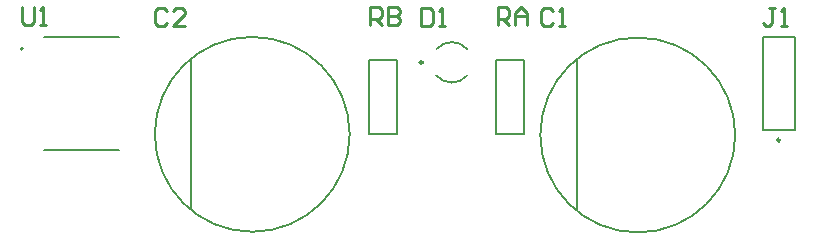
<source format=gto>
G04*
G04 #@! TF.GenerationSoftware,Altium Limited,Altium Designer,21.0.3 (12)*
G04*
G04 Layer_Color=65535*
%FSLAX43Y43*%
%MOMM*%
G71*
G04*
G04 #@! TF.SameCoordinates,4E316A9E-77FC-4309-9E54-DBFB9EC2A46A*
G04*
G04*
G04 #@! TF.FilePolarity,Positive*
G04*
G01*
G75*
%ADD10C,0.150*%
%ADD11C,0.200*%
%ADD12C,0.250*%
%ADD13C,0.127*%
%ADD14C,0.254*%
D10*
X64003Y11557D02*
G03*
X64003Y11557I-8250J0D01*
G01*
X31364Y11612D02*
G03*
X31364Y11612I-8250J0D01*
G01*
D11*
X3701Y18851D02*
G03*
X3701Y18851I-100J0D01*
G01*
X38705Y16588D02*
G03*
X41305Y16588I1300J1119D01*
G01*
Y18828D02*
G03*
X38705Y18828I-1300J-1119D01*
G01*
X50603Y5207D02*
Y17907D01*
X32963Y17937D02*
X35363D01*
Y11637D02*
Y17937D01*
X32963Y11637D02*
Y17937D01*
Y11637D02*
X35363D01*
X43758Y17937D02*
X46158D01*
Y11637D02*
Y17937D01*
X43758Y11637D02*
Y17937D01*
Y11637D02*
X46158D01*
X66321Y11995D02*
X69061D01*
Y19865D01*
X66321D02*
X69061D01*
X66321Y11995D02*
Y19865D01*
X17964Y5262D02*
Y17962D01*
D12*
X67816Y11130D02*
G03*
X67816Y11130I-125J0D01*
G01*
X37555Y17708D02*
G03*
X37555Y17708I-125J0D01*
G01*
D13*
X5461Y19836D02*
X11811D01*
X5461Y10246D02*
X11811D01*
D14*
X48564Y22047D02*
X48311Y22301D01*
X47803D01*
X47549Y22047D01*
Y21031D01*
X47803Y20777D01*
X48311D01*
X48564Y21031D01*
X49072Y20777D02*
X49580D01*
X49326D01*
Y22301D01*
X49072Y22047D01*
X3645Y22394D02*
Y21124D01*
X3899Y20870D01*
X4407D01*
X4661Y21124D01*
Y22394D01*
X5168Y20870D02*
X5676D01*
X5422D01*
Y22394D01*
X5168Y22140D01*
X33083Y20845D02*
Y22368D01*
X33845D01*
X34099Y22114D01*
Y21607D01*
X33845Y21353D01*
X33083D01*
X33591D02*
X34099Y20845D01*
X34607Y22368D02*
Y20845D01*
X35369D01*
X35623Y21099D01*
Y21353D01*
X35369Y21607D01*
X34607D01*
X35369D01*
X35623Y21861D01*
Y22114D01*
X35369Y22368D01*
X34607D01*
X43879Y20845D02*
Y22368D01*
X44640D01*
X44894Y22114D01*
Y21607D01*
X44640Y21353D01*
X43879D01*
X44386D02*
X44894Y20845D01*
X45402D02*
Y21861D01*
X45910Y22368D01*
X46418Y21861D01*
Y20845D01*
Y21607D01*
X45402D01*
X67399Y22343D02*
X66891D01*
X67145D01*
Y21073D01*
X66891Y20819D01*
X66637D01*
X66383Y21073D01*
X67906Y20819D02*
X68414D01*
X68160D01*
Y22343D01*
X67906Y22089D01*
X37427Y22318D02*
Y20794D01*
X38189D01*
X38443Y21048D01*
Y22064D01*
X38189Y22318D01*
X37427D01*
X38950Y20794D02*
X39458D01*
X39204D01*
Y22318D01*
X38950Y22064D01*
X15938Y22089D02*
X15684Y22343D01*
X15176D01*
X14922Y22089D01*
Y21073D01*
X15176Y20819D01*
X15684D01*
X15938Y21073D01*
X17462Y20819D02*
X16446D01*
X17462Y21835D01*
Y22089D01*
X17208Y22343D01*
X16700D01*
X16446Y22089D01*
M02*

</source>
